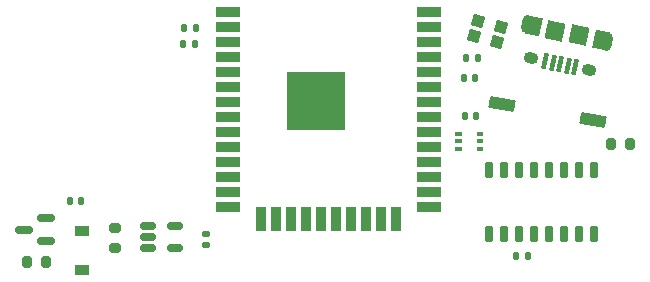
<source format=gbr>
%TF.GenerationSoftware,KiCad,Pcbnew,(6.0.0-0)*%
%TF.CreationDate,2022-12-05T14:38:02-05:00*%
%TF.ProjectId,Dome_Plate_Controller_V1,446f6d65-5f50-46c6-9174-655f436f6e74,rev?*%
%TF.SameCoordinates,Original*%
%TF.FileFunction,Paste,Top*%
%TF.FilePolarity,Positive*%
%FSLAX46Y46*%
G04 Gerber Fmt 4.6, Leading zero omitted, Abs format (unit mm)*
G04 Created by KiCad (PCBNEW (6.0.0-0)) date 2022-12-05 14:38:02*
%MOMM*%
%LPD*%
G01*
G04 APERTURE LIST*
G04 Aperture macros list*
%AMRoundRect*
0 Rectangle with rounded corners*
0 $1 Rounding radius*
0 $2 $3 $4 $5 $6 $7 $8 $9 X,Y pos of 4 corners*
0 Add a 4 corners polygon primitive as box body*
4,1,4,$2,$3,$4,$5,$6,$7,$8,$9,$2,$3,0*
0 Add four circle primitives for the rounded corners*
1,1,$1+$1,$2,$3*
1,1,$1+$1,$4,$5*
1,1,$1+$1,$6,$7*
1,1,$1+$1,$8,$9*
0 Add four rect primitives between the rounded corners*
20,1,$1+$1,$2,$3,$4,$5,0*
20,1,$1+$1,$4,$5,$6,$7,0*
20,1,$1+$1,$6,$7,$8,$9,0*
20,1,$1+$1,$8,$9,$2,$3,0*%
%AMHorizOval*
0 Thick line with rounded ends*
0 $1 width*
0 $2 $3 position (X,Y) of the first rounded end (center of the circle)*
0 $4 $5 position (X,Y) of the second rounded end (center of the circle)*
0 Add line between two ends*
20,1,$1,$2,$3,$4,$5,0*
0 Add two circle primitives to create the rounded ends*
1,1,$1,$2,$3*
1,1,$1,$4,$5*%
%AMRotRect*
0 Rectangle, with rotation*
0 The origin of the aperture is its center*
0 $1 length*
0 $2 width*
0 $3 Rotation angle, in degrees counterclockwise*
0 Add horizontal line*
21,1,$1,$2,0,0,$3*%
G04 Aperture macros list end*
%ADD10C,0.010000*%
%ADD11RoundRect,0.150000X-0.512500X-0.150000X0.512500X-0.150000X0.512500X0.150000X-0.512500X0.150000X0*%
%ADD12RoundRect,0.140000X0.140000X0.170000X-0.140000X0.170000X-0.140000X-0.170000X0.140000X-0.170000X0*%
%ADD13RotRect,1.000000X1.000000X345.000000*%
%ADD14RoundRect,0.200000X0.200000X0.275000X-0.200000X0.275000X-0.200000X-0.275000X0.200000X-0.275000X0*%
%ADD15RoundRect,0.049600X0.260400X-0.605400X0.260400X0.605400X-0.260400X0.605400X-0.260400X-0.605400X0*%
%ADD16RoundRect,0.140000X-0.140000X-0.170000X0.140000X-0.170000X0.140000X0.170000X-0.140000X0.170000X0*%
%ADD17RoundRect,0.140000X-0.170000X0.140000X-0.170000X-0.140000X0.170000X-0.140000X0.170000X0.140000X0*%
%ADD18RoundRect,0.100000X-1.054267X-0.220275X0.915348X-0.567571X1.054267X0.220275X-0.915348X0.567571X0*%
%ADD19RoundRect,0.135000X-0.135000X-0.185000X0.135000X-0.185000X0.135000X0.185000X-0.135000X0.185000X0*%
%ADD20R,1.219200X0.914400*%
%ADD21RoundRect,0.150000X0.587500X0.150000X-0.587500X0.150000X-0.587500X-0.150000X0.587500X-0.150000X0*%
%ADD22R,2.000000X0.900000*%
%ADD23R,0.900000X2.000000*%
%ADD24R,5.000000X5.000000*%
%ADD25HorizOval,0.890000X0.068611X0.322789X-0.068611X-0.322789X0*%
%ADD26HorizOval,0.950000X-0.146722X0.031187X0.146722X-0.031187X0*%
%ADD27RotRect,0.400000X1.350000X168.000000*%
%ADD28RotRect,1.500000X1.550000X168.000000*%
%ADD29RotRect,1.200000X1.550000X168.000000*%
%ADD30RoundRect,0.200000X0.275000X-0.200000X0.275000X0.200000X-0.275000X0.200000X-0.275000X-0.200000X0*%
G04 APERTURE END LIST*
D10*
%TO.C,U5*%
X112745000Y-94040800D02*
X113195000Y-94040800D01*
X113195000Y-94040800D02*
X113195000Y-94290800D01*
X113195000Y-94290800D02*
X112745000Y-94290800D01*
X112745000Y-94290800D02*
X112745000Y-94040800D01*
G36*
X113195000Y-94290800D02*
G01*
X112745000Y-94290800D01*
X112745000Y-94040800D01*
X113195000Y-94040800D01*
X113195000Y-94290800D01*
G37*
X113195000Y-94290800D02*
X112745000Y-94290800D01*
X112745000Y-94040800D01*
X113195000Y-94040800D01*
X113195000Y-94290800D01*
X112745000Y-94690800D02*
X113195000Y-94690800D01*
X113195000Y-94690800D02*
X113195000Y-94940800D01*
X113195000Y-94940800D02*
X112745000Y-94940800D01*
X112745000Y-94940800D02*
X112745000Y-94690800D01*
G36*
X113195000Y-94940800D02*
G01*
X112745000Y-94940800D01*
X112745000Y-94690800D01*
X113195000Y-94690800D01*
X113195000Y-94940800D01*
G37*
X113195000Y-94940800D02*
X112745000Y-94940800D01*
X112745000Y-94690800D01*
X113195000Y-94690800D01*
X113195000Y-94940800D01*
X110895000Y-93390800D02*
X111345000Y-93390800D01*
X111345000Y-93390800D02*
X111345000Y-93640800D01*
X111345000Y-93640800D02*
X110895000Y-93640800D01*
X110895000Y-93640800D02*
X110895000Y-93390800D01*
G36*
X111345000Y-93640800D02*
G01*
X110895000Y-93640800D01*
X110895000Y-93390800D01*
X111345000Y-93390800D01*
X111345000Y-93640800D01*
G37*
X111345000Y-93640800D02*
X110895000Y-93640800D01*
X110895000Y-93390800D01*
X111345000Y-93390800D01*
X111345000Y-93640800D01*
X110895000Y-94690800D02*
X111345000Y-94690800D01*
X111345000Y-94690800D02*
X111345000Y-94940800D01*
X111345000Y-94940800D02*
X110895000Y-94940800D01*
X110895000Y-94940800D02*
X110895000Y-94690800D01*
G36*
X111345000Y-94940800D02*
G01*
X110895000Y-94940800D01*
X110895000Y-94690800D01*
X111345000Y-94690800D01*
X111345000Y-94940800D01*
G37*
X111345000Y-94940800D02*
X110895000Y-94940800D01*
X110895000Y-94690800D01*
X111345000Y-94690800D01*
X111345000Y-94940800D01*
X112745000Y-93390800D02*
X113195000Y-93390800D01*
X113195000Y-93390800D02*
X113195000Y-93640800D01*
X113195000Y-93640800D02*
X112745000Y-93640800D01*
X112745000Y-93640800D02*
X112745000Y-93390800D01*
G36*
X113195000Y-93640800D02*
G01*
X112745000Y-93640800D01*
X112745000Y-93390800D01*
X113195000Y-93390800D01*
X113195000Y-93640800D01*
G37*
X113195000Y-93640800D02*
X112745000Y-93640800D01*
X112745000Y-93390800D01*
X113195000Y-93390800D01*
X113195000Y-93640800D01*
X110895000Y-94040800D02*
X111345000Y-94040800D01*
X111345000Y-94040800D02*
X111345000Y-94290800D01*
X111345000Y-94290800D02*
X110895000Y-94290800D01*
X110895000Y-94290800D02*
X110895000Y-94040800D01*
G36*
X111345000Y-94290800D02*
G01*
X110895000Y-94290800D01*
X110895000Y-94040800D01*
X111345000Y-94040800D01*
X111345000Y-94290800D01*
G37*
X111345000Y-94290800D02*
X110895000Y-94290800D01*
X110895000Y-94040800D01*
X111345000Y-94040800D01*
X111345000Y-94290800D01*
%TD*%
D11*
%TO.C,U3*%
X84902500Y-101360000D03*
X84902500Y-102310000D03*
X84902500Y-103260000D03*
X87177500Y-103260000D03*
X87177500Y-101360000D03*
%TD*%
D12*
%TO.C,C3*%
X88920000Y-84590000D03*
X87960000Y-84590000D03*
%TD*%
D13*
%TO.C,L1*%
X114402182Y-85815553D03*
X114738647Y-84559850D03*
X112777818Y-84034447D03*
X112441353Y-85290150D03*
%TD*%
D14*
%TO.C,R1*%
X125685000Y-94440000D03*
X124035000Y-94440000D03*
%TD*%
D15*
%TO.C,U4*%
X113730000Y-102090000D03*
X115000000Y-102090000D03*
X116270000Y-102090000D03*
X117540000Y-102090000D03*
X118810000Y-102090000D03*
X120080000Y-102090000D03*
X121350000Y-102090000D03*
X122620000Y-102090000D03*
X122620000Y-96590000D03*
X121350000Y-96590000D03*
X120080000Y-96590000D03*
X118810000Y-96590000D03*
X117540000Y-96590000D03*
X116270000Y-96590000D03*
X115000000Y-96590000D03*
X113730000Y-96590000D03*
%TD*%
D16*
%TO.C,C5*%
X78260000Y-99240000D03*
X79220000Y-99240000D03*
%TD*%
D17*
%TO.C,C7*%
X89780000Y-102030000D03*
X89780000Y-102990000D03*
%TD*%
D16*
%TO.C,C4*%
X111590000Y-88850000D03*
X112550000Y-88850000D03*
%TD*%
D18*
%TO.C,SW1*%
X114864250Y-91027772D03*
X122545750Y-92382228D03*
%TD*%
D12*
%TO.C,C6*%
X117030000Y-103880000D03*
X116070000Y-103880000D03*
%TD*%
D19*
%TO.C,R4*%
X111790000Y-87110000D03*
X112810000Y-87110000D03*
%TD*%
D20*
%TO.C,CR1*%
X79328500Y-105086800D03*
X79328500Y-101810200D03*
%TD*%
D21*
%TO.C,U2*%
X76267500Y-102630000D03*
X76267500Y-100730000D03*
X74392500Y-101680000D03*
%TD*%
D16*
%TO.C,C1*%
X111710000Y-92090000D03*
X112670000Y-92090000D03*
%TD*%
D22*
%TO.C,U1*%
X91630000Y-83265000D03*
X91630000Y-84535000D03*
X91630000Y-85805000D03*
X91630000Y-87075000D03*
X91630000Y-88345000D03*
X91630000Y-89615000D03*
X91630000Y-90885000D03*
X91630000Y-92155000D03*
X91630000Y-93425000D03*
X91630000Y-94695000D03*
X91630000Y-95965000D03*
X91630000Y-97235000D03*
X91630000Y-98505000D03*
X91630000Y-99775000D03*
D23*
X94415000Y-100775000D03*
X95685000Y-100775000D03*
X96955000Y-100775000D03*
X98225000Y-100775000D03*
X99495000Y-100775000D03*
X100765000Y-100775000D03*
X102035000Y-100775000D03*
X103305000Y-100775000D03*
X104575000Y-100775000D03*
X105845000Y-100775000D03*
D22*
X108630000Y-99775000D03*
X108630000Y-98505000D03*
X108630000Y-97235000D03*
X108630000Y-95965000D03*
X108630000Y-94695000D03*
X108630000Y-93425000D03*
X108630000Y-92155000D03*
X108630000Y-90885000D03*
X108630000Y-89615000D03*
X108630000Y-88345000D03*
X108630000Y-87075000D03*
X108630000Y-85805000D03*
X108630000Y-84535000D03*
X108630000Y-83265000D03*
D24*
X99130000Y-90765000D03*
%TD*%
D12*
%TO.C,C2*%
X88820000Y-85930000D03*
X87860000Y-85930000D03*
%TD*%
D25*
%TO.C,J1*%
X116926769Y-84300717D03*
X123773802Y-85756099D03*
D26*
X122234293Y-88189186D03*
X117343555Y-87149627D03*
D27*
X121060516Y-87939692D03*
X120424720Y-87804549D03*
X119788924Y-87669407D03*
X119153128Y-87534264D03*
X118517332Y-87399121D03*
D28*
X121328433Y-85236320D03*
X119372138Y-84820496D03*
D29*
X123186913Y-85631352D03*
X117513657Y-84425464D03*
%TD*%
D14*
%TO.C,R2*%
X76255000Y-104460000D03*
X74605000Y-104460000D03*
%TD*%
D30*
%TO.C,R3*%
X82040000Y-103195000D03*
X82040000Y-101545000D03*
%TD*%
M02*

</source>
